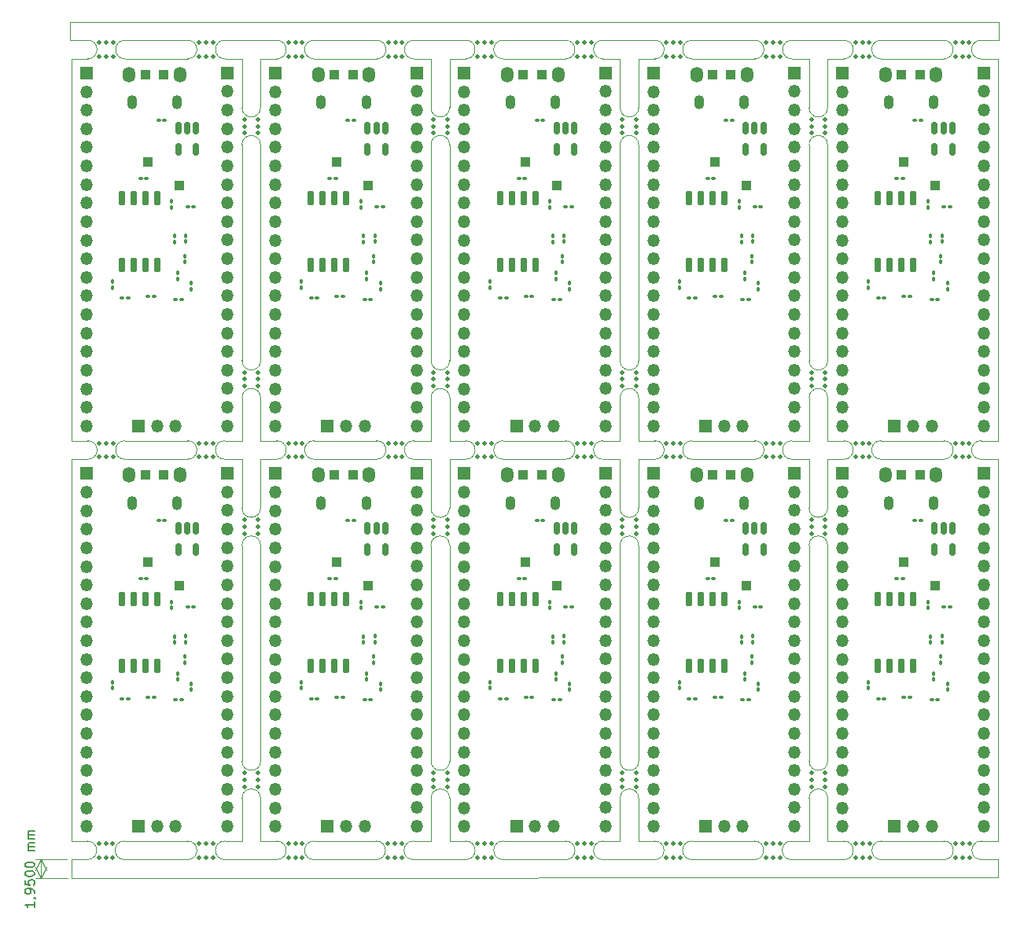
<source format=gbs>
G04 #@! TF.GenerationSoftware,KiCad,Pcbnew,7.0.6*
G04 #@! TF.CreationDate,2023-08-06T12:05:35+07:00*
G04 #@! TF.ProjectId,RP2040-Test-MassProduction,52503230-3430-42d5-9465-73742d4d6173,rev?*
G04 #@! TF.SameCoordinates,Original*
G04 #@! TF.FileFunction,Soldermask,Bot*
G04 #@! TF.FilePolarity,Negative*
%FSLAX46Y46*%
G04 Gerber Fmt 4.6, Leading zero omitted, Abs format (unit mm)*
G04 Created by KiCad (PCBNEW 7.0.6) date 2023-08-06 12:05:35*
%MOMM*%
%LPD*%
G01*
G04 APERTURE LIST*
G04 Aperture macros list*
%AMRoundRect*
0 Rectangle with rounded corners*
0 $1 Rounding radius*
0 $2 $3 $4 $5 $6 $7 $8 $9 X,Y pos of 4 corners*
0 Add a 4 corners polygon primitive as box body*
4,1,4,$2,$3,$4,$5,$6,$7,$8,$9,$2,$3,0*
0 Add four circle primitives for the rounded corners*
1,1,$1+$1,$2,$3*
1,1,$1+$1,$4,$5*
1,1,$1+$1,$6,$7*
1,1,$1+$1,$8,$9*
0 Add four rect primitives between the rounded corners*
20,1,$1+$1,$2,$3,$4,$5,0*
20,1,$1+$1,$4,$5,$6,$7,0*
20,1,$1+$1,$6,$7,$8,$9,0*
20,1,$1+$1,$8,$9,$2,$3,0*%
G04 Aperture macros list end*
%ADD10C,0.500000*%
%ADD11O,1.350000X1.700000*%
%ADD12O,1.100000X1.500000*%
%ADD13R,1.350000X1.350000*%
%ADD14O,1.350000X1.350000*%
%ADD15RoundRect,0.100000X-0.130000X-0.100000X0.130000X-0.100000X0.130000X0.100000X-0.130000X0.100000X0*%
%ADD16RoundRect,0.150000X-0.150000X0.512500X-0.150000X-0.512500X0.150000X-0.512500X0.150000X0.512500X0*%
%ADD17RoundRect,0.100000X0.130000X0.100000X-0.130000X0.100000X-0.130000X-0.100000X0.130000X-0.100000X0*%
%ADD18RoundRect,0.100000X-0.100000X0.130000X-0.100000X-0.130000X0.100000X-0.130000X0.100000X0.130000X0*%
%ADD19R,1.000000X1.000000*%
%ADD20RoundRect,0.150000X-0.150000X0.650000X-0.150000X-0.650000X0.150000X-0.650000X0.150000X0.650000X0*%
%ADD21RoundRect,0.100000X0.100000X-0.130000X0.100000X0.130000X-0.100000X0.130000X-0.100000X-0.130000X0*%
G04 #@! TA.AperFunction,Profile*
%ADD22C,0.100000*%
G04 #@! TD*
%ADD23C,0.150000*%
G04 #@! TA.AperFunction,Profile*
%ADD24C,0.050000*%
G04 #@! TD*
G04 APERTURE END LIST*
D10*
G04 #@! TO.C,mouse-bite-2mm-slot*
X175580000Y-144950000D03*
X175580000Y-146450000D03*
X176330000Y-144950000D03*
X176330000Y-146450000D03*
X177080000Y-144950000D03*
X177080000Y-146450000D03*
G04 #@! TD*
G04 #@! TO.C,mouse-bite-2mm-slot*
X164820000Y-144950000D03*
X164820000Y-146450000D03*
X165570000Y-144950000D03*
X165570000Y-146450000D03*
X166320000Y-144950000D03*
X166320000Y-146450000D03*
G04 #@! TD*
G04 #@! TO.C,mouse-bite-2mm-slot*
X155160000Y-144950000D03*
X155160000Y-146450000D03*
X155910000Y-144950000D03*
X155910000Y-146450000D03*
X156660000Y-144950000D03*
X156660000Y-146450000D03*
G04 #@! TD*
G04 #@! TO.C,mouse-bite-2mm-slot*
X144440000Y-144950000D03*
X144440000Y-146450000D03*
X145190000Y-144950000D03*
X145190000Y-146450000D03*
X145940000Y-144950000D03*
X145940000Y-146450000D03*
G04 #@! TD*
G04 #@! TO.C,mouse-bite-2mm-slot*
X134850000Y-144950000D03*
X134850000Y-146450000D03*
X135600000Y-144950000D03*
X135600000Y-146450000D03*
X136350000Y-144950000D03*
X136350000Y-146450000D03*
G04 #@! TD*
G04 #@! TO.C,mouse-bite-2mm-slot*
X124100000Y-144950000D03*
X124100000Y-146450000D03*
X124850000Y-144950000D03*
X124850000Y-146450000D03*
X125600000Y-144950000D03*
X125600000Y-146450000D03*
G04 #@! TD*
G04 #@! TO.C,mouse-bite-2mm-slot*
X114450000Y-144950000D03*
X114450000Y-146450000D03*
X115200000Y-144950000D03*
X115200000Y-146450000D03*
X115950000Y-144950000D03*
X115950000Y-146450000D03*
G04 #@! TD*
G04 #@! TO.C,mouse-bite-2mm-slot*
X103750000Y-144950000D03*
X103750000Y-146450000D03*
X104500000Y-144950000D03*
X104500000Y-146450000D03*
X105250000Y-144950000D03*
X105250000Y-146450000D03*
G04 #@! TD*
G04 #@! TO.C,mouse-bite-2mm-slot*
X94150000Y-144950000D03*
X94150000Y-146450000D03*
X94900000Y-144950000D03*
X94900000Y-146450000D03*
X95650000Y-144950000D03*
X95650000Y-146450000D03*
G04 #@! TD*
G04 #@! TO.C,mouse-bite-2mm-slot*
X83350000Y-144950000D03*
X83350000Y-146450000D03*
X84100000Y-144950000D03*
X84100000Y-146450000D03*
X84850000Y-144950000D03*
X84850000Y-146450000D03*
G04 #@! TD*
D11*
G04 #@! TO.C,J21*
X92090488Y-105286279D03*
D12*
X91780488Y-108286279D03*
X86940488Y-108286279D03*
D11*
X86630488Y-105286279D03*
G04 #@! TD*
D13*
G04 #@! TO.C,J39*
X178590488Y-105106279D03*
D14*
X178590488Y-107106279D03*
X178590488Y-109106279D03*
X178590488Y-111106279D03*
X178590488Y-113106279D03*
X178590488Y-115106279D03*
X178590488Y-117106279D03*
X178590488Y-119106279D03*
X178590488Y-121106279D03*
X178590488Y-123106279D03*
X178590488Y-125106279D03*
X178590488Y-127106279D03*
X178590488Y-129106279D03*
X178590488Y-131106279D03*
X178590488Y-133106279D03*
X178590488Y-135106279D03*
X178590488Y-137106279D03*
X178590488Y-139106279D03*
X178590488Y-141106279D03*
X178590488Y-143106279D03*
G04 #@! TD*
D10*
G04 #@! TO.C,mouse-bite-2mm-slot20*
X94150000Y-101830000D03*
X94150000Y-103330000D03*
X94900000Y-101830000D03*
X94900000Y-103330000D03*
X95650000Y-101830000D03*
X95650000Y-103330000D03*
G04 #@! TD*
G04 #@! TO.C,mouse-bite-2mm-slot4*
X114500000Y-58700000D03*
X114500000Y-60200000D03*
X115250000Y-58700000D03*
X115250000Y-60200000D03*
X116000000Y-58700000D03*
X116000000Y-60200000D03*
G04 #@! TD*
D13*
G04 #@! TO.C,J31*
X137890488Y-105106279D03*
D14*
X137890488Y-107106279D03*
X137890488Y-109106279D03*
X137890488Y-111106279D03*
X137890488Y-113106279D03*
X137890488Y-115106279D03*
X137890488Y-117106279D03*
X137890488Y-119106279D03*
X137890488Y-121106279D03*
X137890488Y-123106279D03*
X137890488Y-125106279D03*
X137890488Y-127106279D03*
X137890488Y-129106279D03*
X137890488Y-131106279D03*
X137890488Y-133106279D03*
X137890488Y-135106279D03*
X137890488Y-137106279D03*
X137890488Y-139106279D03*
X137890488Y-141106279D03*
X137890488Y-143106279D03*
G04 #@! TD*
D10*
G04 #@! TO.C,mouse-bite-2mm-slot3*
X103750000Y-58700000D03*
X103750000Y-60200000D03*
X104500000Y-58700000D03*
X104500000Y-60200000D03*
X105250000Y-58700000D03*
X105250000Y-60200000D03*
G04 #@! TD*
G04 #@! TO.C,mouse-bite-2mm-slot6*
X119350000Y-68460000D03*
X120850000Y-68460000D03*
X119350000Y-67710000D03*
X120850000Y-67710000D03*
X119350000Y-66960000D03*
X120850000Y-66960000D03*
G04 #@! TD*
D11*
G04 #@! TO.C,J37*
X173490488Y-105286279D03*
D12*
X173180488Y-108286279D03*
X168340488Y-108286279D03*
D11*
X168030488Y-105286279D03*
G04 #@! TD*
G04 #@! TO.C,J1*
X92090488Y-62156279D03*
D12*
X91780488Y-65156279D03*
X86940488Y-65156279D03*
D11*
X86630488Y-62156279D03*
G04 #@! TD*
D10*
G04 #@! TO.C,mouse-bite-2mm-slot23*
X103750000Y-101830000D03*
X103750000Y-103330000D03*
X104500000Y-101830000D03*
X104500000Y-103330000D03*
X105250000Y-101830000D03*
X105250000Y-103330000D03*
G04 #@! TD*
D11*
G04 #@! TO.C,J33*
X153140488Y-105286279D03*
D12*
X152830488Y-108286279D03*
X147990488Y-108286279D03*
D11*
X147680488Y-105286279D03*
G04 #@! TD*
D13*
G04 #@! TO.C,J18*
X163399888Y-61991879D03*
D14*
X163399888Y-63991879D03*
X163399888Y-65991879D03*
X163399888Y-67991879D03*
X163399888Y-69991879D03*
X163399888Y-71991879D03*
X163399888Y-73991879D03*
X163399888Y-75991879D03*
X163399888Y-77991879D03*
X163399888Y-79991879D03*
X163399888Y-81991879D03*
X163399888Y-83991879D03*
X163399888Y-85991879D03*
X163399888Y-87991879D03*
X163399888Y-89991879D03*
X163399888Y-91991879D03*
X163399888Y-93991879D03*
X163399888Y-95991879D03*
X163399888Y-97991879D03*
X163399888Y-99991879D03*
G04 #@! TD*
D13*
G04 #@! TO.C,J40*
X169000488Y-143101279D03*
D14*
X171000488Y-143101279D03*
X173000488Y-143101279D03*
G04 #@! TD*
D13*
G04 #@! TO.C,J14*
X143049888Y-61991879D03*
D14*
X143049888Y-63991879D03*
X143049888Y-65991879D03*
X143049888Y-67991879D03*
X143049888Y-69991879D03*
X143049888Y-71991879D03*
X143049888Y-73991879D03*
X143049888Y-75991879D03*
X143049888Y-77991879D03*
X143049888Y-79991879D03*
X143049888Y-81991879D03*
X143049888Y-83991879D03*
X143049888Y-85991879D03*
X143049888Y-87991879D03*
X143049888Y-89991879D03*
X143049888Y-91991879D03*
X143049888Y-93991879D03*
X143049888Y-95991879D03*
X143049888Y-97991879D03*
X143049888Y-99991879D03*
G04 #@! TD*
D11*
G04 #@! TO.C,J9*
X132790488Y-62156279D03*
D12*
X132480488Y-65156279D03*
X127640488Y-65156279D03*
D11*
X127330488Y-62156279D03*
G04 #@! TD*
D13*
G04 #@! TO.C,J12*
X128300488Y-99971279D03*
D14*
X130300488Y-99971279D03*
X132300488Y-99971279D03*
G04 #@! TD*
D13*
G04 #@! TO.C,J26*
X102349888Y-105121879D03*
D14*
X102349888Y-107121879D03*
X102349888Y-109121879D03*
X102349888Y-111121879D03*
X102349888Y-113121879D03*
X102349888Y-115121879D03*
X102349888Y-117121879D03*
X102349888Y-119121879D03*
X102349888Y-121121879D03*
X102349888Y-123121879D03*
X102349888Y-125121879D03*
X102349888Y-127121879D03*
X102349888Y-129121879D03*
X102349888Y-131121879D03*
X102349888Y-133121879D03*
X102349888Y-135121879D03*
X102349888Y-137121879D03*
X102349888Y-139121879D03*
X102349888Y-141121879D03*
X102349888Y-143121879D03*
G04 #@! TD*
D10*
G04 #@! TO.C,mouse-bite-2mm-slot2*
X99000000Y-68460000D03*
X100500000Y-68460000D03*
X99000000Y-67710000D03*
X100500000Y-67710000D03*
X99000000Y-66960000D03*
X100500000Y-66960000D03*
G04 #@! TD*
D13*
G04 #@! TO.C,J30*
X122699888Y-105121879D03*
D14*
X122699888Y-107121879D03*
X122699888Y-109121879D03*
X122699888Y-111121879D03*
X122699888Y-113121879D03*
X122699888Y-115121879D03*
X122699888Y-117121879D03*
X122699888Y-119121879D03*
X122699888Y-121121879D03*
X122699888Y-123121879D03*
X122699888Y-125121879D03*
X122699888Y-127121879D03*
X122699888Y-129121879D03*
X122699888Y-131121879D03*
X122699888Y-133121879D03*
X122699888Y-135121879D03*
X122699888Y-137121879D03*
X122699888Y-139121879D03*
X122699888Y-141121879D03*
X122699888Y-143121879D03*
G04 #@! TD*
D10*
G04 #@! TO.C,mouse-bite-2mm-slot24*
X114500000Y-101830000D03*
X114500000Y-103330000D03*
X115250000Y-101830000D03*
X115250000Y-103330000D03*
X116000000Y-101830000D03*
X116000000Y-103330000D03*
G04 #@! TD*
G04 #@! TO.C,mouse-bite-2mm-slot35*
X164800000Y-101830000D03*
X164800000Y-103330000D03*
X165550000Y-101830000D03*
X165550000Y-103330000D03*
X166300000Y-101830000D03*
X166300000Y-103330000D03*
G04 #@! TD*
G04 #@! TO.C,mouse-bite-2mm-slot36*
X175550000Y-101830000D03*
X175550000Y-103330000D03*
X176300000Y-101830000D03*
X176300000Y-103330000D03*
X177050000Y-101830000D03*
X177050000Y-103330000D03*
G04 #@! TD*
G04 #@! TO.C,mouse-bite-2mm-slot15*
X164800000Y-58700000D03*
X164800000Y-60200000D03*
X165550000Y-58700000D03*
X165550000Y-60200000D03*
X166300000Y-58700000D03*
X166300000Y-60200000D03*
G04 #@! TD*
D13*
G04 #@! TO.C,J6*
X102349888Y-61991879D03*
D14*
X102349888Y-63991879D03*
X102349888Y-65991879D03*
X102349888Y-67991879D03*
X102349888Y-69991879D03*
X102349888Y-71991879D03*
X102349888Y-73991879D03*
X102349888Y-75991879D03*
X102349888Y-77991879D03*
X102349888Y-79991879D03*
X102349888Y-81991879D03*
X102349888Y-83991879D03*
X102349888Y-85991879D03*
X102349888Y-87991879D03*
X102349888Y-89991879D03*
X102349888Y-91991879D03*
X102349888Y-93991879D03*
X102349888Y-95991879D03*
X102349888Y-97991879D03*
X102349888Y-99991879D03*
G04 #@! TD*
D13*
G04 #@! TO.C,J2*
X81999888Y-61991879D03*
D14*
X81999888Y-63991879D03*
X81999888Y-65991879D03*
X81999888Y-67991879D03*
X81999888Y-69991879D03*
X81999888Y-71991879D03*
X81999888Y-73991879D03*
X81999888Y-75991879D03*
X81999888Y-77991879D03*
X81999888Y-79991879D03*
X81999888Y-81991879D03*
X81999888Y-83991879D03*
X81999888Y-85991879D03*
X81999888Y-87991879D03*
X81999888Y-89991879D03*
X81999888Y-91991879D03*
X81999888Y-93991879D03*
X81999888Y-95991879D03*
X81999888Y-97991879D03*
X81999888Y-99991879D03*
G04 #@! TD*
D10*
G04 #@! TO.C,mouse-bite-2mm-slot13*
X160060000Y-95710000D03*
X161560000Y-95710000D03*
X160060000Y-94960000D03*
X161560000Y-94960000D03*
X160060000Y-94210000D03*
X161560000Y-94210000D03*
G04 #@! TD*
G04 #@! TO.C,mouse-bite-2mm-slot1*
X99010000Y-95710000D03*
X100510000Y-95710000D03*
X99010000Y-94960000D03*
X100510000Y-94960000D03*
X99010000Y-94210000D03*
X100510000Y-94210000D03*
G04 #@! TD*
G04 #@! TO.C,mouse-bite-2mm-slot30*
X139700000Y-111590000D03*
X141200000Y-111590000D03*
X139700000Y-110840000D03*
X141200000Y-110840000D03*
X139700000Y-110090000D03*
X141200000Y-110090000D03*
G04 #@! TD*
D13*
G04 #@! TO.C,J23*
X97190488Y-105106279D03*
D14*
X97190488Y-107106279D03*
X97190488Y-109106279D03*
X97190488Y-111106279D03*
X97190488Y-113106279D03*
X97190488Y-115106279D03*
X97190488Y-117106279D03*
X97190488Y-119106279D03*
X97190488Y-121106279D03*
X97190488Y-123106279D03*
X97190488Y-125106279D03*
X97190488Y-127106279D03*
X97190488Y-129106279D03*
X97190488Y-131106279D03*
X97190488Y-133106279D03*
X97190488Y-135106279D03*
X97190488Y-137106279D03*
X97190488Y-139106279D03*
X97190488Y-141106279D03*
X97190488Y-143106279D03*
G04 #@! TD*
D13*
G04 #@! TO.C,J24*
X87600488Y-143101279D03*
D14*
X89600488Y-143101279D03*
X91600488Y-143101279D03*
G04 #@! TD*
D13*
G04 #@! TO.C,J15*
X158240488Y-61976279D03*
D14*
X158240488Y-63976279D03*
X158240488Y-65976279D03*
X158240488Y-67976279D03*
X158240488Y-69976279D03*
X158240488Y-71976279D03*
X158240488Y-73976279D03*
X158240488Y-75976279D03*
X158240488Y-77976279D03*
X158240488Y-79976279D03*
X158240488Y-81976279D03*
X158240488Y-83976279D03*
X158240488Y-85976279D03*
X158240488Y-87976279D03*
X158240488Y-89976279D03*
X158240488Y-91976279D03*
X158240488Y-93976279D03*
X158240488Y-95976279D03*
X158240488Y-97976279D03*
X158240488Y-99976279D03*
G04 #@! TD*
D11*
G04 #@! TO.C,J29*
X132790488Y-105286279D03*
D12*
X132480488Y-108286279D03*
X127640488Y-108286279D03*
D11*
X127330488Y-105286279D03*
G04 #@! TD*
D13*
G04 #@! TO.C,J22*
X81999888Y-105121879D03*
D14*
X81999888Y-107121879D03*
X81999888Y-109121879D03*
X81999888Y-111121879D03*
X81999888Y-113121879D03*
X81999888Y-115121879D03*
X81999888Y-117121879D03*
X81999888Y-119121879D03*
X81999888Y-121121879D03*
X81999888Y-123121879D03*
X81999888Y-125121879D03*
X81999888Y-127121879D03*
X81999888Y-129121879D03*
X81999888Y-131121879D03*
X81999888Y-133121879D03*
X81999888Y-135121879D03*
X81999888Y-137121879D03*
X81999888Y-139121879D03*
X81999888Y-141121879D03*
X81999888Y-143121879D03*
G04 #@! TD*
D13*
G04 #@! TO.C,J3*
X97190488Y-61976279D03*
D14*
X97190488Y-63976279D03*
X97190488Y-65976279D03*
X97190488Y-67976279D03*
X97190488Y-69976279D03*
X97190488Y-71976279D03*
X97190488Y-73976279D03*
X97190488Y-75976279D03*
X97190488Y-77976279D03*
X97190488Y-79976279D03*
X97190488Y-81976279D03*
X97190488Y-83976279D03*
X97190488Y-85976279D03*
X97190488Y-87976279D03*
X97190488Y-89976279D03*
X97190488Y-91976279D03*
X97190488Y-93976279D03*
X97190488Y-95976279D03*
X97190488Y-97976279D03*
X97190488Y-99976279D03*
G04 #@! TD*
D10*
G04 #@! TO.C,mouse-bite-2mm-slot7*
X124100000Y-58700000D03*
X124100000Y-60200000D03*
X124850000Y-58700000D03*
X124850000Y-60200000D03*
X125600000Y-58700000D03*
X125600000Y-60200000D03*
G04 #@! TD*
D11*
G04 #@! TO.C,J17*
X173490488Y-62156279D03*
D12*
X173180488Y-65156279D03*
X168340488Y-65156279D03*
D11*
X168030488Y-62156279D03*
G04 #@! TD*
D13*
G04 #@! TO.C,J10*
X122699888Y-61991879D03*
D14*
X122699888Y-63991879D03*
X122699888Y-65991879D03*
X122699888Y-67991879D03*
X122699888Y-69991879D03*
X122699888Y-71991879D03*
X122699888Y-73991879D03*
X122699888Y-75991879D03*
X122699888Y-77991879D03*
X122699888Y-79991879D03*
X122699888Y-81991879D03*
X122699888Y-83991879D03*
X122699888Y-85991879D03*
X122699888Y-87991879D03*
X122699888Y-89991879D03*
X122699888Y-91991879D03*
X122699888Y-93991879D03*
X122699888Y-95991879D03*
X122699888Y-97991879D03*
X122699888Y-99991879D03*
G04 #@! TD*
D10*
G04 #@! TO.C,mouse-bite-2mm-slot14*
X160050000Y-68460000D03*
X161550000Y-68460000D03*
X160050000Y-67710000D03*
X161550000Y-67710000D03*
X160050000Y-66960000D03*
X161550000Y-66960000D03*
G04 #@! TD*
D11*
G04 #@! TO.C,J13*
X153140488Y-62156279D03*
D12*
X152830488Y-65156279D03*
X147990488Y-65156279D03*
D11*
X147680488Y-62156279D03*
G04 #@! TD*
D10*
G04 #@! TO.C,mouse-bite-2mm-slot*
X83400000Y-58700000D03*
X83400000Y-60200000D03*
X84150000Y-58700000D03*
X84150000Y-60200000D03*
X84900000Y-58700000D03*
X84900000Y-60200000D03*
G04 #@! TD*
D13*
G04 #@! TO.C,J8*
X107950488Y-99971279D03*
D14*
X109950488Y-99971279D03*
X111950488Y-99971279D03*
G04 #@! TD*
D10*
G04 #@! TO.C,mouse-bite-2mm-slot16*
X175550000Y-58700000D03*
X175550000Y-60200000D03*
X176300000Y-58700000D03*
X176300000Y-60200000D03*
X177050000Y-58700000D03*
X177050000Y-60200000D03*
G04 #@! TD*
D13*
G04 #@! TO.C,J28*
X107950488Y-143101279D03*
D14*
X109950488Y-143101279D03*
X111950488Y-143101279D03*
G04 #@! TD*
D11*
G04 #@! TO.C,J25*
X112440488Y-105286279D03*
D12*
X112130488Y-108286279D03*
X107290488Y-108286279D03*
D11*
X106980488Y-105286279D03*
G04 #@! TD*
G04 #@! TO.C,J5*
X112440488Y-62156279D03*
D12*
X112130488Y-65156279D03*
X107290488Y-65156279D03*
D11*
X106980488Y-62156279D03*
G04 #@! TD*
D13*
G04 #@! TO.C,J19*
X178590488Y-61976279D03*
D14*
X178590488Y-63976279D03*
X178590488Y-65976279D03*
X178590488Y-67976279D03*
X178590488Y-69976279D03*
X178590488Y-71976279D03*
X178590488Y-73976279D03*
X178590488Y-75976279D03*
X178590488Y-77976279D03*
X178590488Y-79976279D03*
X178590488Y-81976279D03*
X178590488Y-83976279D03*
X178590488Y-85976279D03*
X178590488Y-87976279D03*
X178590488Y-89976279D03*
X178590488Y-91976279D03*
X178590488Y-93976279D03*
X178590488Y-95976279D03*
X178590488Y-97976279D03*
X178590488Y-99976279D03*
G04 #@! TD*
D10*
G04 #@! TO.C,mouse-bite-2mm-slot9*
X139710000Y-95710000D03*
X141210000Y-95710000D03*
X139710000Y-94960000D03*
X141210000Y-94960000D03*
X139710000Y-94210000D03*
X141210000Y-94210000D03*
G04 #@! TD*
D13*
G04 #@! TO.C,J16*
X148650488Y-99971279D03*
D14*
X150650488Y-99971279D03*
X152650488Y-99971279D03*
G04 #@! TD*
D10*
G04 #@! TO.C,mouse-bite-2mm-slot12*
X155200000Y-58700000D03*
X155200000Y-60200000D03*
X155950000Y-58700000D03*
X155950000Y-60200000D03*
X156700000Y-58700000D03*
X156700000Y-60200000D03*
G04 #@! TD*
G04 #@! TO.C,mouse-bite-2mm-slot5*
X119360000Y-95710000D03*
X120860000Y-95710000D03*
X119360000Y-94960000D03*
X120860000Y-94960000D03*
X119360000Y-94210000D03*
X120860000Y-94210000D03*
G04 #@! TD*
G04 #@! TO.C,mouse-bite-2mm-slot28*
X134850000Y-101830000D03*
X134850000Y-103330000D03*
X135600000Y-101830000D03*
X135600000Y-103330000D03*
X136350000Y-101830000D03*
X136350000Y-103330000D03*
G04 #@! TD*
G04 #@! TO.C,mouse-bite-2mm-slot8*
X134850000Y-58700000D03*
X134850000Y-60200000D03*
X135600000Y-58700000D03*
X135600000Y-60200000D03*
X136350000Y-58700000D03*
X136350000Y-60200000D03*
G04 #@! TD*
D13*
G04 #@! TO.C,J34*
X143049888Y-105121879D03*
D14*
X143049888Y-107121879D03*
X143049888Y-109121879D03*
X143049888Y-111121879D03*
X143049888Y-113121879D03*
X143049888Y-115121879D03*
X143049888Y-117121879D03*
X143049888Y-119121879D03*
X143049888Y-121121879D03*
X143049888Y-123121879D03*
X143049888Y-125121879D03*
X143049888Y-127121879D03*
X143049888Y-129121879D03*
X143049888Y-131121879D03*
X143049888Y-133121879D03*
X143049888Y-135121879D03*
X143049888Y-137121879D03*
X143049888Y-139121879D03*
X143049888Y-141121879D03*
X143049888Y-143121879D03*
G04 #@! TD*
D10*
G04 #@! TO.C,mouse-bite-2mm-slot26*
X119350000Y-111590000D03*
X120850000Y-111590000D03*
X119350000Y-110840000D03*
X120850000Y-110840000D03*
X119350000Y-110090000D03*
X120850000Y-110090000D03*
G04 #@! TD*
D13*
G04 #@! TO.C,J11*
X137890488Y-61976279D03*
D14*
X137890488Y-63976279D03*
X137890488Y-65976279D03*
X137890488Y-67976279D03*
X137890488Y-69976279D03*
X137890488Y-71976279D03*
X137890488Y-73976279D03*
X137890488Y-75976279D03*
X137890488Y-77976279D03*
X137890488Y-79976279D03*
X137890488Y-81976279D03*
X137890488Y-83976279D03*
X137890488Y-85976279D03*
X137890488Y-87976279D03*
X137890488Y-89976279D03*
X137890488Y-91976279D03*
X137890488Y-93976279D03*
X137890488Y-95976279D03*
X137890488Y-97976279D03*
X137890488Y-99976279D03*
G04 #@! TD*
D13*
G04 #@! TO.C,J32*
X128300488Y-143101279D03*
D14*
X130300488Y-143101279D03*
X132300488Y-143101279D03*
G04 #@! TD*
D13*
G04 #@! TO.C,J27*
X117540488Y-105106279D03*
D14*
X117540488Y-107106279D03*
X117540488Y-109106279D03*
X117540488Y-111106279D03*
X117540488Y-113106279D03*
X117540488Y-115106279D03*
X117540488Y-117106279D03*
X117540488Y-119106279D03*
X117540488Y-121106279D03*
X117540488Y-123106279D03*
X117540488Y-125106279D03*
X117540488Y-127106279D03*
X117540488Y-129106279D03*
X117540488Y-131106279D03*
X117540488Y-133106279D03*
X117540488Y-135106279D03*
X117540488Y-137106279D03*
X117540488Y-139106279D03*
X117540488Y-141106279D03*
X117540488Y-143106279D03*
G04 #@! TD*
D10*
G04 #@! TO.C,mouse-bite-2mm-slot*
X94150000Y-58700000D03*
X94150000Y-60200000D03*
X94900000Y-58700000D03*
X94900000Y-60200000D03*
X95650000Y-58700000D03*
X95650000Y-60200000D03*
G04 #@! TD*
G04 #@! TO.C,mouse-bite-2mm-slot19*
X83400000Y-101830000D03*
X83400000Y-103330000D03*
X84150000Y-101830000D03*
X84150000Y-103330000D03*
X84900000Y-101830000D03*
X84900000Y-103330000D03*
G04 #@! TD*
D13*
G04 #@! TO.C,J38*
X163399888Y-105121879D03*
D14*
X163399888Y-107121879D03*
X163399888Y-109121879D03*
X163399888Y-111121879D03*
X163399888Y-113121879D03*
X163399888Y-115121879D03*
X163399888Y-117121879D03*
X163399888Y-119121879D03*
X163399888Y-121121879D03*
X163399888Y-123121879D03*
X163399888Y-125121879D03*
X163399888Y-127121879D03*
X163399888Y-129121879D03*
X163399888Y-131121879D03*
X163399888Y-133121879D03*
X163399888Y-135121879D03*
X163399888Y-137121879D03*
X163399888Y-139121879D03*
X163399888Y-141121879D03*
X163399888Y-143121879D03*
G04 #@! TD*
D10*
G04 #@! TO.C,mouse-bite-2mm-slot32*
X155200000Y-101830000D03*
X155200000Y-103330000D03*
X155950000Y-101830000D03*
X155950000Y-103330000D03*
X156700000Y-101830000D03*
X156700000Y-103330000D03*
G04 #@! TD*
D13*
G04 #@! TO.C,J35*
X158240488Y-105106279D03*
D14*
X158240488Y-107106279D03*
X158240488Y-109106279D03*
X158240488Y-111106279D03*
X158240488Y-113106279D03*
X158240488Y-115106279D03*
X158240488Y-117106279D03*
X158240488Y-119106279D03*
X158240488Y-121106279D03*
X158240488Y-123106279D03*
X158240488Y-125106279D03*
X158240488Y-127106279D03*
X158240488Y-129106279D03*
X158240488Y-131106279D03*
X158240488Y-133106279D03*
X158240488Y-135106279D03*
X158240488Y-137106279D03*
X158240488Y-139106279D03*
X158240488Y-141106279D03*
X158240488Y-143106279D03*
G04 #@! TD*
D10*
G04 #@! TO.C,mouse-bite-2mm-slot34*
X160050000Y-111590000D03*
X161550000Y-111590000D03*
X160050000Y-110840000D03*
X161550000Y-110840000D03*
X160050000Y-110090000D03*
X161550000Y-110090000D03*
G04 #@! TD*
D13*
G04 #@! TO.C,J20*
X169000488Y-99971279D03*
D14*
X171000488Y-99971279D03*
X173000488Y-99971279D03*
G04 #@! TD*
D10*
G04 #@! TO.C,mouse-bite-2mm-slot25*
X119360000Y-138840000D03*
X120860000Y-138840000D03*
X119360000Y-138090000D03*
X120860000Y-138090000D03*
X119360000Y-137340000D03*
X120860000Y-137340000D03*
G04 #@! TD*
G04 #@! TO.C,mouse-bite-2mm-slot10*
X139700000Y-68460000D03*
X141200000Y-68460000D03*
X139700000Y-67710000D03*
X141200000Y-67710000D03*
X139700000Y-66960000D03*
X141200000Y-66960000D03*
G04 #@! TD*
G04 #@! TO.C,mouse-bite-2mm-slot21*
X99010000Y-138840000D03*
X100510000Y-138840000D03*
X99010000Y-138090000D03*
X100510000Y-138090000D03*
X99010000Y-137340000D03*
X100510000Y-137340000D03*
G04 #@! TD*
D13*
G04 #@! TO.C,J36*
X148650488Y-143101279D03*
D14*
X150650488Y-143101279D03*
X152650488Y-143101279D03*
G04 #@! TD*
D10*
G04 #@! TO.C,mouse-bite-2mm-slot27*
X124100000Y-101830000D03*
X124100000Y-103330000D03*
X124850000Y-101830000D03*
X124850000Y-103330000D03*
X125600000Y-101830000D03*
X125600000Y-103330000D03*
G04 #@! TD*
G04 #@! TO.C,mouse-bite-2mm-slot11*
X144450000Y-58700000D03*
X144450000Y-60200000D03*
X145200000Y-58700000D03*
X145200000Y-60200000D03*
X145950000Y-58700000D03*
X145950000Y-60200000D03*
G04 #@! TD*
G04 #@! TO.C,mouse-bite-2mm-slot31*
X144450000Y-101830000D03*
X144450000Y-103330000D03*
X145200000Y-101830000D03*
X145200000Y-103330000D03*
X145950000Y-101830000D03*
X145950000Y-103330000D03*
G04 #@! TD*
G04 #@! TO.C,mouse-bite-2mm-slot22*
X99000000Y-111590000D03*
X100500000Y-111590000D03*
X99000000Y-110840000D03*
X100500000Y-110840000D03*
X99000000Y-110090000D03*
X100500000Y-110090000D03*
G04 #@! TD*
D13*
G04 #@! TO.C,J7*
X117540488Y-61976279D03*
D14*
X117540488Y-63976279D03*
X117540488Y-65976279D03*
X117540488Y-67976279D03*
X117540488Y-69976279D03*
X117540488Y-71976279D03*
X117540488Y-73976279D03*
X117540488Y-75976279D03*
X117540488Y-77976279D03*
X117540488Y-79976279D03*
X117540488Y-81976279D03*
X117540488Y-83976279D03*
X117540488Y-85976279D03*
X117540488Y-87976279D03*
X117540488Y-89976279D03*
X117540488Y-91976279D03*
X117540488Y-93976279D03*
X117540488Y-95976279D03*
X117540488Y-97976279D03*
X117540488Y-99976279D03*
G04 #@! TD*
D10*
G04 #@! TO.C,mouse-bite-2mm-slot33*
X160060000Y-138840000D03*
X161560000Y-138840000D03*
X160060000Y-138090000D03*
X161560000Y-138090000D03*
X160060000Y-137340000D03*
X161560000Y-137340000D03*
G04 #@! TD*
D13*
G04 #@! TO.C,J4*
X87600488Y-99971279D03*
D14*
X89600488Y-99971279D03*
X91600488Y-99971279D03*
G04 #@! TD*
D10*
G04 #@! TO.C,mouse-bite-2mm-slot29*
X139710000Y-138840000D03*
X141210000Y-138840000D03*
X139710000Y-138090000D03*
X141210000Y-138090000D03*
X139710000Y-137340000D03*
X141210000Y-137340000D03*
G04 #@! TD*
D15*
G04 #@! TO.C,C105*
X133612988Y-119476279D03*
X134252988Y-119476279D03*
G04 #@! TD*
G04 #@! TO.C,C87*
X111962988Y-129476279D03*
X112602988Y-129476279D03*
G04 #@! TD*
D16*
G04 #@! TO.C,U10*
X152975488Y-67896279D03*
X153925488Y-67896279D03*
X154875488Y-67896279D03*
X154875488Y-70171279D03*
X152975488Y-70171279D03*
G04 #@! TD*
D17*
G04 #@! TO.C,C43*
X151487988Y-67071279D03*
X150847988Y-67071279D03*
G04 #@! TD*
D18*
G04 #@! TO.C,C39*
X133275488Y-81683779D03*
X133275488Y-82323779D03*
G04 #@! TD*
G04 #@! TO.C,C123*
X153625488Y-124813779D03*
X153625488Y-125453779D03*
G04 #@! TD*
D19*
G04 #@! TO.C,TP7*
X110700488Y-62146279D03*
G04 #@! TD*
D18*
G04 #@! TO.C,C130*
X173225488Y-126638779D03*
X173225488Y-127278779D03*
G04 #@! TD*
D19*
G04 #@! TO.C,TP5*
X112325488Y-74071279D03*
G04 #@! TD*
D17*
G04 #@! TO.C,C113*
X151487988Y-110201279D03*
X150847988Y-110201279D03*
G04 #@! TD*
D15*
G04 #@! TO.C,C31*
X132312988Y-86346279D03*
X132952988Y-86346279D03*
G04 #@! TD*
D19*
G04 #@! TO.C,TP37*
X173375488Y-117201279D03*
G04 #@! TD*
G04 #@! TO.C,TP1*
X91975488Y-74071279D03*
G04 #@! TD*
D18*
G04 #@! TO.C,C68*
X174700488Y-84608779D03*
X174700488Y-85248779D03*
G04 #@! TD*
G04 #@! TO.C,C16*
X105125488Y-84458779D03*
X105125488Y-85098779D03*
G04 #@! TD*
D19*
G04 #@! TO.C,TP26*
X108700488Y-105276279D03*
G04 #@! TD*
D17*
G04 #@! TO.C,C120*
X150312988Y-129176279D03*
X149672988Y-129176279D03*
G04 #@! TD*
G04 #@! TO.C,C36*
X129962988Y-86046279D03*
X129322988Y-86046279D03*
G04 #@! TD*
D15*
G04 #@! TO.C,C101*
X132312988Y-129476279D03*
X132952988Y-129476279D03*
G04 #@! TD*
D19*
G04 #@! TO.C,TP34*
X149400488Y-105276279D03*
G04 #@! TD*
G04 #@! TO.C,TP18*
X169750488Y-62146279D03*
G04 #@! TD*
D17*
G04 #@! TO.C,C52*
X147537988Y-86246279D03*
X146897988Y-86246279D03*
G04 #@! TD*
D18*
G04 #@! TO.C,C95*
X112925488Y-124813779D03*
X112925488Y-125453779D03*
G04 #@! TD*
D15*
G04 #@! TO.C,C129*
X173012988Y-129476279D03*
X173652988Y-129476279D03*
G04 #@! TD*
D18*
G04 #@! TO.C,C124*
X154350488Y-127738779D03*
X154350488Y-128378779D03*
G04 #@! TD*
D19*
G04 #@! TO.C,TP12*
X129300488Y-71546279D03*
G04 #@! TD*
G04 #@! TO.C,TP30*
X129050488Y-105276279D03*
G04 #@! TD*
D15*
G04 #@! TO.C,C3*
X91612988Y-86346279D03*
X92252988Y-86346279D03*
G04 #@! TD*
G04 #@! TO.C,C35*
X133612988Y-76346279D03*
X134252988Y-76346279D03*
G04 #@! TD*
G04 #@! TO.C,C77*
X92912988Y-119476279D03*
X93552988Y-119476279D03*
G04 #@! TD*
D19*
G04 #@! TO.C,TP20*
X170000488Y-71546279D03*
G04 #@! TD*
G04 #@! TO.C,TP35*
X151400488Y-105276279D03*
G04 #@! TD*
D17*
G04 #@! TO.C,C80*
X86487988Y-129376279D03*
X85847988Y-129376279D03*
G04 #@! TD*
D20*
G04 #@! TO.C,U24*
X126525488Y-118601279D03*
X127795488Y-118601279D03*
X129065488Y-118601279D03*
X130335488Y-118601279D03*
X130335488Y-125801279D03*
X129065488Y-125801279D03*
X127795488Y-125801279D03*
X126525488Y-125801279D03*
G04 #@! TD*
D17*
G04 #@! TO.C,C8*
X89262988Y-86046279D03*
X88622988Y-86046279D03*
G04 #@! TD*
D21*
G04 #@! TO.C,C65*
X172600488Y-76473779D03*
X172600488Y-75833779D03*
G04 #@! TD*
D18*
G04 #@! TO.C,C74*
X91825488Y-126638779D03*
X91825488Y-127278779D03*
G04 #@! TD*
D16*
G04 #@! TO.C,U25*
X152975488Y-111026279D03*
X153925488Y-111026279D03*
X154875488Y-111026279D03*
X154875488Y-113301279D03*
X152975488Y-113301279D03*
G04 #@! TD*
D18*
G04 #@! TO.C,C60*
X173225488Y-83508779D03*
X173225488Y-84148779D03*
G04 #@! TD*
D19*
G04 #@! TO.C,TP38*
X169750488Y-105276279D03*
G04 #@! TD*
G04 #@! TO.C,TP10*
X129050488Y-62146279D03*
G04 #@! TD*
D17*
G04 #@! TO.C,C134*
X170662988Y-129176279D03*
X170022988Y-129176279D03*
G04 #@! TD*
D16*
G04 #@! TO.C,U7*
X132625488Y-67896279D03*
X133575488Y-67896279D03*
X134525488Y-67896279D03*
X134525488Y-70171279D03*
X132625488Y-70171279D03*
G04 #@! TD*
D20*
G04 #@! TO.C,U15*
X167225488Y-75471279D03*
X168495488Y-75471279D03*
X169765488Y-75471279D03*
X171035488Y-75471279D03*
X171035488Y-82671279D03*
X169765488Y-82671279D03*
X168495488Y-82671279D03*
X167225488Y-82671279D03*
G04 #@! TD*
D18*
G04 #@! TO.C,C11*
X92575488Y-81683779D03*
X92575488Y-82323779D03*
G04 #@! TD*
D17*
G04 #@! TO.C,R27*
X149537988Y-116451279D03*
X148897988Y-116451279D03*
G04 #@! TD*
D21*
G04 #@! TO.C,C23*
X111550488Y-76473779D03*
X111550488Y-75833779D03*
G04 #@! TD*
D17*
G04 #@! TO.C,C127*
X171837988Y-110201279D03*
X171197988Y-110201279D03*
G04 #@! TD*
D19*
G04 #@! TO.C,TP13*
X153025488Y-74071279D03*
G04 #@! TD*
D18*
G04 #@! TO.C,C6*
X91490488Y-79538779D03*
X91490488Y-80178779D03*
G04 #@! TD*
D15*
G04 #@! TO.C,C49*
X153962988Y-76346279D03*
X154602988Y-76346279D03*
G04 #@! TD*
G04 #@! TO.C,C21*
X113262988Y-76346279D03*
X113902988Y-76346279D03*
G04 #@! TD*
D19*
G04 #@! TO.C,TP6*
X108700488Y-62146279D03*
G04 #@! TD*
D18*
G04 #@! TO.C,C75*
X92700488Y-122638779D03*
X92700488Y-123278779D03*
G04 #@! TD*
G04 #@! TO.C,C47*
X153750488Y-79508779D03*
X153750488Y-80148779D03*
G04 #@! TD*
D17*
G04 #@! TO.C,C136*
X167887988Y-129376279D03*
X167247988Y-129376279D03*
G04 #@! TD*
D18*
G04 #@! TO.C,C132*
X172890488Y-122668779D03*
X172890488Y-123308779D03*
G04 #@! TD*
G04 #@! TO.C,C4*
X91825488Y-83508779D03*
X91825488Y-84148779D03*
G04 #@! TD*
D17*
G04 #@! TO.C,C85*
X110787988Y-110201279D03*
X110147988Y-110201279D03*
G04 #@! TD*
D18*
G04 #@! TO.C,C30*
X125475488Y-84458779D03*
X125475488Y-85098779D03*
G04 #@! TD*
D17*
G04 #@! TO.C,R30*
X169887988Y-116451279D03*
X169247988Y-116451279D03*
G04 #@! TD*
D18*
G04 #@! TO.C,C89*
X113050488Y-122638779D03*
X113050488Y-123278779D03*
G04 #@! TD*
G04 #@! TO.C,C114*
X145825488Y-127588779D03*
X145825488Y-128228779D03*
G04 #@! TD*
D15*
G04 #@! TO.C,C63*
X174312988Y-76346279D03*
X174952988Y-76346279D03*
G04 #@! TD*
D17*
G04 #@! TO.C,R18*
X88487988Y-116451279D03*
X87847988Y-116451279D03*
G04 #@! TD*
D20*
G04 #@! TO.C,U21*
X106175488Y-118601279D03*
X107445488Y-118601279D03*
X108715488Y-118601279D03*
X109985488Y-118601279D03*
X109985488Y-125801279D03*
X108715488Y-125801279D03*
X107445488Y-125801279D03*
X106175488Y-125801279D03*
G04 #@! TD*
D19*
G04 #@! TO.C,TP2*
X88350488Y-62146279D03*
G04 #@! TD*
G04 #@! TO.C,TP22*
X88350488Y-105276279D03*
G04 #@! TD*
G04 #@! TO.C,TP29*
X132675488Y-117201279D03*
G04 #@! TD*
D18*
G04 #@! TO.C,C25*
X112925488Y-81683779D03*
X112925488Y-82323779D03*
G04 #@! TD*
D15*
G04 #@! TO.C,C59*
X173012988Y-86346279D03*
X173652988Y-86346279D03*
G04 #@! TD*
D18*
G04 #@! TO.C,C34*
X132190488Y-79538779D03*
X132190488Y-80178779D03*
G04 #@! TD*
D19*
G04 #@! TO.C,TP27*
X110700488Y-105276279D03*
G04 #@! TD*
D21*
G04 #@! TO.C,C51*
X152250488Y-76473779D03*
X152250488Y-75833779D03*
G04 #@! TD*
D19*
G04 #@! TO.C,TP25*
X112325488Y-117201279D03*
G04 #@! TD*
D17*
G04 #@! TO.C,R9*
X129187988Y-73321279D03*
X128547988Y-73321279D03*
G04 #@! TD*
D19*
G04 #@! TO.C,TP16*
X149650488Y-71546279D03*
G04 #@! TD*
D18*
G04 #@! TO.C,C5*
X92700488Y-79508779D03*
X92700488Y-80148779D03*
G04 #@! TD*
D19*
G04 #@! TO.C,TP15*
X151400488Y-62146279D03*
G04 #@! TD*
D17*
G04 #@! TO.C,C99*
X131137988Y-110201279D03*
X130497988Y-110201279D03*
G04 #@! TD*
D20*
G04 #@! TO.C,U9*
X126525488Y-75471279D03*
X127795488Y-75471279D03*
X129065488Y-75471279D03*
X130335488Y-75471279D03*
X130335488Y-82671279D03*
X129065488Y-82671279D03*
X127795488Y-82671279D03*
X126525488Y-82671279D03*
G04 #@! TD*
D17*
G04 #@! TO.C,R12*
X149537988Y-73321279D03*
X148897988Y-73321279D03*
G04 #@! TD*
D18*
G04 #@! TO.C,C33*
X133400488Y-79508779D03*
X133400488Y-80148779D03*
G04 #@! TD*
G04 #@! TO.C,C128*
X166175488Y-127588779D03*
X166175488Y-128228779D03*
G04 #@! TD*
D17*
G04 #@! TO.C,C122*
X147537988Y-129376279D03*
X146897988Y-129376279D03*
G04 #@! TD*
D19*
G04 #@! TO.C,TP4*
X88600488Y-71546279D03*
G04 #@! TD*
D18*
G04 #@! TO.C,C54*
X154350488Y-84608779D03*
X154350488Y-85248779D03*
G04 #@! TD*
D15*
G04 #@! TO.C,C119*
X153962988Y-119476279D03*
X154602988Y-119476279D03*
G04 #@! TD*
D18*
G04 #@! TO.C,C61*
X174100488Y-79508779D03*
X174100488Y-80148779D03*
G04 #@! TD*
D20*
G04 #@! TO.C,U3*
X85825488Y-75471279D03*
X87095488Y-75471279D03*
X88365488Y-75471279D03*
X89635488Y-75471279D03*
X89635488Y-82671279D03*
X88365488Y-82671279D03*
X87095488Y-82671279D03*
X85825488Y-82671279D03*
G04 #@! TD*
D21*
G04 #@! TO.C,C79*
X91200488Y-119603779D03*
X91200488Y-118963779D03*
G04 #@! TD*
D18*
G04 #@! TO.C,C88*
X112175488Y-126638779D03*
X112175488Y-127278779D03*
G04 #@! TD*
D20*
G04 #@! TO.C,U27*
X146875488Y-118601279D03*
X148145488Y-118601279D03*
X149415488Y-118601279D03*
X150685488Y-118601279D03*
X150685488Y-125801279D03*
X149415488Y-125801279D03*
X148145488Y-125801279D03*
X146875488Y-125801279D03*
G04 #@! TD*
D18*
G04 #@! TO.C,C118*
X152540488Y-122668779D03*
X152540488Y-123308779D03*
G04 #@! TD*
D19*
G04 #@! TO.C,TP9*
X132675488Y-74071279D03*
G04 #@! TD*
G04 #@! TO.C,TP24*
X88600488Y-114676279D03*
G04 #@! TD*
D18*
G04 #@! TO.C,C131*
X174100488Y-122638779D03*
X174100488Y-123278779D03*
G04 #@! TD*
G04 #@! TO.C,C40*
X134000488Y-84608779D03*
X134000488Y-85248779D03*
G04 #@! TD*
D17*
G04 #@! TO.C,C94*
X106837988Y-129376279D03*
X106197988Y-129376279D03*
G04 #@! TD*
D19*
G04 #@! TO.C,TP11*
X131050488Y-62146279D03*
G04 #@! TD*
G04 #@! TO.C,TP32*
X129300488Y-114676279D03*
G04 #@! TD*
D17*
G04 #@! TO.C,R6*
X108837988Y-73321279D03*
X108197988Y-73321279D03*
G04 #@! TD*
D15*
G04 #@! TO.C,C115*
X152662988Y-129476279D03*
X153302988Y-129476279D03*
G04 #@! TD*
D17*
G04 #@! TO.C,C108*
X127187988Y-129376279D03*
X126547988Y-129376279D03*
G04 #@! TD*
D15*
G04 #@! TO.C,C17*
X111962988Y-86346279D03*
X112602988Y-86346279D03*
G04 #@! TD*
D18*
G04 #@! TO.C,C86*
X105125488Y-127588779D03*
X105125488Y-128228779D03*
G04 #@! TD*
D19*
G04 #@! TO.C,TP31*
X131050488Y-105276279D03*
G04 #@! TD*
D18*
G04 #@! TO.C,C72*
X84775488Y-127588779D03*
X84775488Y-128228779D03*
G04 #@! TD*
D17*
G04 #@! TO.C,C92*
X109612988Y-129176279D03*
X108972988Y-129176279D03*
G04 #@! TD*
D18*
G04 #@! TO.C,C19*
X113050488Y-79508779D03*
X113050488Y-80148779D03*
G04 #@! TD*
D17*
G04 #@! TO.C,C50*
X150312988Y-86046279D03*
X149672988Y-86046279D03*
G04 #@! TD*
D19*
G04 #@! TO.C,TP33*
X153025488Y-117201279D03*
G04 #@! TD*
G04 #@! TO.C,TP36*
X149650488Y-114676279D03*
G04 #@! TD*
D18*
G04 #@! TO.C,C100*
X125475488Y-127588779D03*
X125475488Y-128228779D03*
G04 #@! TD*
D15*
G04 #@! TO.C,C7*
X92912988Y-76346279D03*
X93552988Y-76346279D03*
G04 #@! TD*
D18*
G04 #@! TO.C,C96*
X113650488Y-127738779D03*
X113650488Y-128378779D03*
G04 #@! TD*
D16*
G04 #@! TO.C,U22*
X132625488Y-111026279D03*
X133575488Y-111026279D03*
X134525488Y-111026279D03*
X134525488Y-113301279D03*
X132625488Y-113301279D03*
G04 #@! TD*
D17*
G04 #@! TO.C,C10*
X86487988Y-86246279D03*
X85847988Y-86246279D03*
G04 #@! TD*
D19*
G04 #@! TO.C,TP14*
X149400488Y-62146279D03*
G04 #@! TD*
D18*
G04 #@! TO.C,C76*
X91490488Y-122668779D03*
X91490488Y-123308779D03*
G04 #@! TD*
G04 #@! TO.C,C2*
X84775488Y-84458779D03*
X84775488Y-85098779D03*
G04 #@! TD*
D20*
G04 #@! TO.C,U30*
X167225488Y-118601279D03*
X168495488Y-118601279D03*
X169765488Y-118601279D03*
X171035488Y-118601279D03*
X171035488Y-125801279D03*
X169765488Y-125801279D03*
X168495488Y-125801279D03*
X167225488Y-125801279D03*
G04 #@! TD*
D17*
G04 #@! TO.C,C15*
X110787988Y-67071279D03*
X110147988Y-67071279D03*
G04 #@! TD*
D20*
G04 #@! TO.C,U12*
X146875488Y-75471279D03*
X148145488Y-75471279D03*
X149415488Y-75471279D03*
X150685488Y-75471279D03*
X150685488Y-82671279D03*
X149415488Y-82671279D03*
X148145488Y-82671279D03*
X146875488Y-82671279D03*
G04 #@! TD*
D18*
G04 #@! TO.C,C81*
X92575488Y-124813779D03*
X92575488Y-125453779D03*
G04 #@! TD*
D16*
G04 #@! TO.C,U4*
X112275488Y-67896279D03*
X113225488Y-67896279D03*
X114175488Y-67896279D03*
X114175488Y-70171279D03*
X112275488Y-70171279D03*
G04 #@! TD*
D18*
G04 #@! TO.C,C46*
X152875488Y-83508779D03*
X152875488Y-84148779D03*
G04 #@! TD*
D16*
G04 #@! TO.C,U28*
X173325488Y-111026279D03*
X174275488Y-111026279D03*
X175225488Y-111026279D03*
X175225488Y-113301279D03*
X173325488Y-113301279D03*
G04 #@! TD*
G04 #@! TO.C,U1*
X91925488Y-67896279D03*
X92875488Y-67896279D03*
X93825488Y-67896279D03*
X93825488Y-70171279D03*
X91925488Y-70171279D03*
G04 #@! TD*
D18*
G04 #@! TO.C,C117*
X153750488Y-122638779D03*
X153750488Y-123278779D03*
G04 #@! TD*
D21*
G04 #@! TO.C,C9*
X91200488Y-76473779D03*
X91200488Y-75833779D03*
G04 #@! TD*
G04 #@! TO.C,C37*
X131900488Y-76473779D03*
X131900488Y-75833779D03*
G04 #@! TD*
D17*
G04 #@! TO.C,C106*
X129962988Y-129176279D03*
X129322988Y-129176279D03*
G04 #@! TD*
D18*
G04 #@! TO.C,C62*
X172890488Y-79538779D03*
X172890488Y-80178779D03*
G04 #@! TD*
G04 #@! TO.C,C18*
X112175488Y-83508779D03*
X112175488Y-84148779D03*
G04 #@! TD*
G04 #@! TO.C,C58*
X166175488Y-84458779D03*
X166175488Y-85098779D03*
G04 #@! TD*
G04 #@! TO.C,C48*
X152540488Y-79538779D03*
X152540488Y-80178779D03*
G04 #@! TD*
G04 #@! TO.C,C116*
X152875488Y-126638779D03*
X152875488Y-127278779D03*
G04 #@! TD*
D20*
G04 #@! TO.C,U6*
X106175488Y-75471279D03*
X107445488Y-75471279D03*
X108715488Y-75471279D03*
X109985488Y-75471279D03*
X109985488Y-82671279D03*
X108715488Y-82671279D03*
X107445488Y-82671279D03*
X106175488Y-82671279D03*
G04 #@! TD*
D17*
G04 #@! TO.C,R3*
X88487988Y-73321279D03*
X87847988Y-73321279D03*
G04 #@! TD*
G04 #@! TO.C,C1*
X90437988Y-67071279D03*
X89797988Y-67071279D03*
G04 #@! TD*
D18*
G04 #@! TO.C,C102*
X132525488Y-126638779D03*
X132525488Y-127278779D03*
G04 #@! TD*
D16*
G04 #@! TO.C,U19*
X112275488Y-111026279D03*
X113225488Y-111026279D03*
X114175488Y-111026279D03*
X114175488Y-113301279D03*
X112275488Y-113301279D03*
G04 #@! TD*
D17*
G04 #@! TO.C,C57*
X171837988Y-67071279D03*
X171197988Y-67071279D03*
G04 #@! TD*
G04 #@! TO.C,C78*
X89262988Y-129176279D03*
X88622988Y-129176279D03*
G04 #@! TD*
D20*
G04 #@! TO.C,U18*
X85825488Y-118601279D03*
X87095488Y-118601279D03*
X88365488Y-118601279D03*
X89635488Y-118601279D03*
X89635488Y-125801279D03*
X88365488Y-125801279D03*
X87095488Y-125801279D03*
X85825488Y-125801279D03*
G04 #@! TD*
D17*
G04 #@! TO.C,C38*
X127187988Y-86246279D03*
X126547988Y-86246279D03*
G04 #@! TD*
D18*
G04 #@! TO.C,C44*
X145825488Y-84458779D03*
X145825488Y-85098779D03*
G04 #@! TD*
D17*
G04 #@! TO.C,R24*
X129187988Y-116451279D03*
X128547988Y-116451279D03*
G04 #@! TD*
D19*
G04 #@! TO.C,TP8*
X108950488Y-71546279D03*
G04 #@! TD*
D18*
G04 #@! TO.C,C26*
X113650488Y-84608779D03*
X113650488Y-85248779D03*
G04 #@! TD*
D15*
G04 #@! TO.C,C91*
X113262988Y-119476279D03*
X113902988Y-119476279D03*
G04 #@! TD*
D19*
G04 #@! TO.C,TP39*
X171750488Y-105276279D03*
G04 #@! TD*
D16*
G04 #@! TO.C,U13*
X173325488Y-67896279D03*
X174275488Y-67896279D03*
X175225488Y-67896279D03*
X175225488Y-70171279D03*
X173325488Y-70171279D03*
G04 #@! TD*
D17*
G04 #@! TO.C,C64*
X170662988Y-86046279D03*
X170022988Y-86046279D03*
G04 #@! TD*
D18*
G04 #@! TO.C,C104*
X132190488Y-122668779D03*
X132190488Y-123308779D03*
G04 #@! TD*
D17*
G04 #@! TO.C,R15*
X169887988Y-73321279D03*
X169247988Y-73321279D03*
G04 #@! TD*
D21*
G04 #@! TO.C,C93*
X111550488Y-119603779D03*
X111550488Y-118963779D03*
G04 #@! TD*
D18*
G04 #@! TO.C,C110*
X134000488Y-127738779D03*
X134000488Y-128378779D03*
G04 #@! TD*
D21*
G04 #@! TO.C,C107*
X131900488Y-119603779D03*
X131900488Y-118963779D03*
G04 #@! TD*
D18*
G04 #@! TO.C,C90*
X111840488Y-122668779D03*
X111840488Y-123308779D03*
G04 #@! TD*
D17*
G04 #@! TO.C,C71*
X90437988Y-110201279D03*
X89797988Y-110201279D03*
G04 #@! TD*
D21*
G04 #@! TO.C,C135*
X172600488Y-119603779D03*
X172600488Y-118963779D03*
G04 #@! TD*
D17*
G04 #@! TO.C,C24*
X106837988Y-86246279D03*
X106197988Y-86246279D03*
G04 #@! TD*
D18*
G04 #@! TO.C,C82*
X93300488Y-127738779D03*
X93300488Y-128378779D03*
G04 #@! TD*
D15*
G04 #@! TO.C,C133*
X174312988Y-119476279D03*
X174952988Y-119476279D03*
G04 #@! TD*
D16*
G04 #@! TO.C,U16*
X91925488Y-111026279D03*
X92875488Y-111026279D03*
X93825488Y-111026279D03*
X93825488Y-113301279D03*
X91925488Y-113301279D03*
G04 #@! TD*
D18*
G04 #@! TO.C,C12*
X93300488Y-84608779D03*
X93300488Y-85248779D03*
G04 #@! TD*
D17*
G04 #@! TO.C,C29*
X131137988Y-67071279D03*
X130497988Y-67071279D03*
G04 #@! TD*
D19*
G04 #@! TO.C,TP19*
X171750488Y-62146279D03*
G04 #@! TD*
G04 #@! TO.C,TP23*
X90350488Y-105276279D03*
G04 #@! TD*
D17*
G04 #@! TO.C,C66*
X167887988Y-86246279D03*
X167247988Y-86246279D03*
G04 #@! TD*
D19*
G04 #@! TO.C,TP21*
X91975488Y-117201279D03*
G04 #@! TD*
D18*
G04 #@! TO.C,C53*
X153625488Y-81683779D03*
X153625488Y-82323779D03*
G04 #@! TD*
G04 #@! TO.C,C109*
X133275488Y-124813779D03*
X133275488Y-125453779D03*
G04 #@! TD*
G04 #@! TO.C,C137*
X173975488Y-124813779D03*
X173975488Y-125453779D03*
G04 #@! TD*
D19*
G04 #@! TO.C,TP17*
X173375488Y-74071279D03*
G04 #@! TD*
D18*
G04 #@! TO.C,C103*
X133400488Y-122638779D03*
X133400488Y-123278779D03*
G04 #@! TD*
D21*
G04 #@! TO.C,C121*
X152250488Y-119603779D03*
X152250488Y-118963779D03*
G04 #@! TD*
D18*
G04 #@! TO.C,C67*
X173975488Y-81683779D03*
X173975488Y-82323779D03*
G04 #@! TD*
G04 #@! TO.C,C32*
X132525488Y-83508779D03*
X132525488Y-84148779D03*
G04 #@! TD*
D17*
G04 #@! TO.C,C22*
X109612988Y-86046279D03*
X108972988Y-86046279D03*
G04 #@! TD*
D18*
G04 #@! TO.C,C20*
X111840488Y-79538779D03*
X111840488Y-80178779D03*
G04 #@! TD*
D19*
G04 #@! TO.C,TP3*
X90350488Y-62146279D03*
G04 #@! TD*
D15*
G04 #@! TO.C,C73*
X91612988Y-129476279D03*
X92252988Y-129476279D03*
G04 #@! TD*
G04 #@! TO.C,C45*
X152662988Y-86346279D03*
X153302988Y-86346279D03*
G04 #@! TD*
D19*
G04 #@! TO.C,TP40*
X170000488Y-114676279D03*
G04 #@! TD*
G04 #@! TO.C,TP28*
X108950488Y-114676279D03*
G04 #@! TD*
D18*
G04 #@! TO.C,C138*
X174700488Y-127738779D03*
X174700488Y-128378779D03*
G04 #@! TD*
D17*
G04 #@! TO.C,R21*
X108837988Y-116451279D03*
X108197988Y-116451279D03*
G04 #@! TD*
D22*
X174330000Y-146700000D02*
X167570000Y-146700000D01*
X163570000Y-146700000D02*
X157910000Y-146700000D01*
X153910000Y-146700000D02*
X147190000Y-146700000D01*
X137600000Y-146700000D02*
X143190000Y-146700000D01*
X133600000Y-146700000D02*
X126850000Y-146700000D01*
X122850000Y-146700000D02*
X117200000Y-146700000D01*
X113200000Y-146700000D02*
X106500000Y-146700000D01*
X96900000Y-146700000D02*
X102500000Y-146700000D01*
X92900000Y-146700000D02*
X86100000Y-146700000D01*
X180150000Y-146700000D02*
X180150000Y-148600000D01*
X80450000Y-148650000D02*
X180150000Y-148600000D01*
X178330000Y-146700000D02*
X180150000Y-146700000D01*
X80400000Y-146700000D02*
X80400000Y-148650000D01*
D23*
X76404819Y-151246428D02*
X76404819Y-151817856D01*
X76404819Y-151532142D02*
X75404819Y-151532142D01*
X75404819Y-151532142D02*
X75547676Y-151627380D01*
X75547676Y-151627380D02*
X75642914Y-151722618D01*
X75642914Y-151722618D02*
X75690533Y-151817856D01*
X76357200Y-150770237D02*
X76404819Y-150770237D01*
X76404819Y-150770237D02*
X76500057Y-150817856D01*
X76500057Y-150817856D02*
X76547676Y-150865475D01*
X76404819Y-150294047D02*
X76404819Y-150103571D01*
X76404819Y-150103571D02*
X76357200Y-150008333D01*
X76357200Y-150008333D02*
X76309580Y-149960714D01*
X76309580Y-149960714D02*
X76166723Y-149865476D01*
X76166723Y-149865476D02*
X75976247Y-149817857D01*
X75976247Y-149817857D02*
X75595295Y-149817857D01*
X75595295Y-149817857D02*
X75500057Y-149865476D01*
X75500057Y-149865476D02*
X75452438Y-149913095D01*
X75452438Y-149913095D02*
X75404819Y-150008333D01*
X75404819Y-150008333D02*
X75404819Y-150198809D01*
X75404819Y-150198809D02*
X75452438Y-150294047D01*
X75452438Y-150294047D02*
X75500057Y-150341666D01*
X75500057Y-150341666D02*
X75595295Y-150389285D01*
X75595295Y-150389285D02*
X75833390Y-150389285D01*
X75833390Y-150389285D02*
X75928628Y-150341666D01*
X75928628Y-150341666D02*
X75976247Y-150294047D01*
X75976247Y-150294047D02*
X76023866Y-150198809D01*
X76023866Y-150198809D02*
X76023866Y-150008333D01*
X76023866Y-150008333D02*
X75976247Y-149913095D01*
X75976247Y-149913095D02*
X75928628Y-149865476D01*
X75928628Y-149865476D02*
X75833390Y-149817857D01*
X75404819Y-148913095D02*
X75404819Y-149389285D01*
X75404819Y-149389285D02*
X75881009Y-149436904D01*
X75881009Y-149436904D02*
X75833390Y-149389285D01*
X75833390Y-149389285D02*
X75785771Y-149294047D01*
X75785771Y-149294047D02*
X75785771Y-149055952D01*
X75785771Y-149055952D02*
X75833390Y-148960714D01*
X75833390Y-148960714D02*
X75881009Y-148913095D01*
X75881009Y-148913095D02*
X75976247Y-148865476D01*
X75976247Y-148865476D02*
X76214342Y-148865476D01*
X76214342Y-148865476D02*
X76309580Y-148913095D01*
X76309580Y-148913095D02*
X76357200Y-148960714D01*
X76357200Y-148960714D02*
X76404819Y-149055952D01*
X76404819Y-149055952D02*
X76404819Y-149294047D01*
X76404819Y-149294047D02*
X76357200Y-149389285D01*
X76357200Y-149389285D02*
X76309580Y-149436904D01*
X75404819Y-148246428D02*
X75404819Y-148151190D01*
X75404819Y-148151190D02*
X75452438Y-148055952D01*
X75452438Y-148055952D02*
X75500057Y-148008333D01*
X75500057Y-148008333D02*
X75595295Y-147960714D01*
X75595295Y-147960714D02*
X75785771Y-147913095D01*
X75785771Y-147913095D02*
X76023866Y-147913095D01*
X76023866Y-147913095D02*
X76214342Y-147960714D01*
X76214342Y-147960714D02*
X76309580Y-148008333D01*
X76309580Y-148008333D02*
X76357200Y-148055952D01*
X76357200Y-148055952D02*
X76404819Y-148151190D01*
X76404819Y-148151190D02*
X76404819Y-148246428D01*
X76404819Y-148246428D02*
X76357200Y-148341666D01*
X76357200Y-148341666D02*
X76309580Y-148389285D01*
X76309580Y-148389285D02*
X76214342Y-148436904D01*
X76214342Y-148436904D02*
X76023866Y-148484523D01*
X76023866Y-148484523D02*
X75785771Y-148484523D01*
X75785771Y-148484523D02*
X75595295Y-148436904D01*
X75595295Y-148436904D02*
X75500057Y-148389285D01*
X75500057Y-148389285D02*
X75452438Y-148341666D01*
X75452438Y-148341666D02*
X75404819Y-148246428D01*
X75404819Y-147294047D02*
X75404819Y-147198809D01*
X75404819Y-147198809D02*
X75452438Y-147103571D01*
X75452438Y-147103571D02*
X75500057Y-147055952D01*
X75500057Y-147055952D02*
X75595295Y-147008333D01*
X75595295Y-147008333D02*
X75785771Y-146960714D01*
X75785771Y-146960714D02*
X76023866Y-146960714D01*
X76023866Y-146960714D02*
X76214342Y-147008333D01*
X76214342Y-147008333D02*
X76309580Y-147055952D01*
X76309580Y-147055952D02*
X76357200Y-147103571D01*
X76357200Y-147103571D02*
X76404819Y-147198809D01*
X76404819Y-147198809D02*
X76404819Y-147294047D01*
X76404819Y-147294047D02*
X76357200Y-147389285D01*
X76357200Y-147389285D02*
X76309580Y-147436904D01*
X76309580Y-147436904D02*
X76214342Y-147484523D01*
X76214342Y-147484523D02*
X76023866Y-147532142D01*
X76023866Y-147532142D02*
X75785771Y-147532142D01*
X75785771Y-147532142D02*
X75595295Y-147484523D01*
X75595295Y-147484523D02*
X75500057Y-147436904D01*
X75500057Y-147436904D02*
X75452438Y-147389285D01*
X75452438Y-147389285D02*
X75404819Y-147294047D01*
X76404819Y-145770237D02*
X75738152Y-145770237D01*
X75833390Y-145770237D02*
X75785771Y-145722618D01*
X75785771Y-145722618D02*
X75738152Y-145627380D01*
X75738152Y-145627380D02*
X75738152Y-145484523D01*
X75738152Y-145484523D02*
X75785771Y-145389285D01*
X75785771Y-145389285D02*
X75881009Y-145341666D01*
X75881009Y-145341666D02*
X76404819Y-145341666D01*
X75881009Y-145341666D02*
X75785771Y-145294047D01*
X75785771Y-145294047D02*
X75738152Y-145198809D01*
X75738152Y-145198809D02*
X75738152Y-145055952D01*
X75738152Y-145055952D02*
X75785771Y-144960713D01*
X75785771Y-144960713D02*
X75881009Y-144913094D01*
X75881009Y-144913094D02*
X76404819Y-144913094D01*
X76404819Y-144436904D02*
X75738152Y-144436904D01*
X75833390Y-144436904D02*
X75785771Y-144389285D01*
X75785771Y-144389285D02*
X75738152Y-144294047D01*
X75738152Y-144294047D02*
X75738152Y-144151190D01*
X75738152Y-144151190D02*
X75785771Y-144055952D01*
X75785771Y-144055952D02*
X75881009Y-144008333D01*
X75881009Y-144008333D02*
X76404819Y-144008333D01*
X75881009Y-144008333D02*
X75785771Y-143960714D01*
X75785771Y-143960714D02*
X75738152Y-143865476D01*
X75738152Y-143865476D02*
X75738152Y-143722619D01*
X75738152Y-143722619D02*
X75785771Y-143627380D01*
X75785771Y-143627380D02*
X75881009Y-143579761D01*
X75881009Y-143579761D02*
X76404819Y-143579761D01*
D24*
X79900000Y-146700000D02*
X76513580Y-146700000D01*
X76513580Y-148650000D02*
X79950000Y-148650000D01*
X77100000Y-146700000D02*
X77100000Y-148650000D01*
X77100000Y-146700000D02*
X77100000Y-148650000D01*
X77100000Y-146700000D02*
X77686421Y-147826504D01*
X77100000Y-146700000D02*
X76513579Y-147826504D01*
X77100000Y-148650000D02*
X76513579Y-147523496D01*
X77100000Y-148650000D02*
X77686421Y-147523496D01*
D22*
X82100000Y-146700000D02*
X80400000Y-146700000D01*
X98740488Y-144706279D02*
X98740488Y-140090000D01*
X159805000Y-92940000D02*
X159795000Y-69710000D01*
X119105000Y-136070000D02*
X119095000Y-112840000D01*
X180155000Y-136070000D02*
X180155000Y-140090000D01*
X180155000Y-92940000D02*
X180145000Y-69710000D01*
X121110000Y-144700000D02*
X121110000Y-140090000D01*
X102500000Y-101576279D02*
X100760000Y-101576279D01*
X180165488Y-103581279D02*
X178300000Y-103580000D01*
X139450000Y-60450000D02*
X139450000Y-65710000D01*
X113250000Y-58450000D02*
X106500000Y-58450000D01*
X92900000Y-103580000D02*
X86150000Y-103580000D01*
X80250000Y-58450000D02*
X80250000Y-56500000D01*
X119100000Y-103580000D02*
X119100000Y-108840000D01*
X98750000Y-60450000D02*
X98750000Y-65710000D01*
X141460000Y-136070000D02*
X141450000Y-112840000D01*
X161800000Y-60450000D02*
X161800000Y-65710000D01*
X174300000Y-144700000D02*
X167540000Y-144700000D01*
X139450000Y-103580000D02*
X139450000Y-108840000D01*
X141450000Y-103580000D02*
X141450000Y-108840000D01*
X143200000Y-60450000D02*
X141450000Y-60450000D01*
X139440488Y-144700000D02*
X139440488Y-140090000D01*
X113250000Y-103580000D02*
X106500000Y-103580000D01*
X139450000Y-60450000D02*
X137600000Y-60450000D01*
X122850000Y-103580000D02*
X121100000Y-103580000D01*
X102500000Y-60450000D02*
X100750000Y-60450000D01*
X180250000Y-58450000D02*
X178300000Y-58450000D01*
X139450000Y-103580000D02*
X137600000Y-103580000D01*
X159805000Y-136070000D02*
X159795000Y-112840000D01*
X133600000Y-101580000D02*
X126850000Y-101580000D01*
X141460000Y-92940000D02*
X141450000Y-69710000D01*
X180140488Y-101576279D02*
X178300000Y-101575000D01*
X92900000Y-60450000D02*
X86150000Y-60450000D01*
X98740488Y-144706279D02*
X96900000Y-144705000D01*
X98750000Y-103580000D02*
X98750000Y-108840000D01*
X113250000Y-60450000D02*
X106500000Y-60450000D01*
X159790488Y-144700000D02*
X159790488Y-140090000D01*
X82150000Y-58450000D02*
X80250000Y-58450000D01*
X139440488Y-144700000D02*
X137600000Y-144700000D01*
X98740488Y-101576279D02*
X98740488Y-96960000D01*
X121110000Y-101576279D02*
X121110000Y-96960000D01*
X153950000Y-101580000D02*
X147200000Y-101580000D01*
X139440488Y-101576279D02*
X139440488Y-96960000D01*
X159800000Y-103580000D02*
X159800000Y-108840000D01*
X113240000Y-144700000D02*
X106500000Y-144700000D01*
X180150000Y-60450000D02*
X178300000Y-60450000D01*
X143200000Y-58450000D02*
X137600000Y-58450000D01*
X119090488Y-101576279D02*
X119090488Y-96960000D01*
X159800000Y-103580000D02*
X157950000Y-103580000D01*
X100750000Y-103580000D02*
X100750000Y-108840000D01*
X163550000Y-58450000D02*
X157950000Y-58450000D01*
X122850000Y-144700000D02*
X121110000Y-144700000D01*
X98755000Y-136070000D02*
X98745000Y-112840000D01*
X174300000Y-101580000D02*
X167550000Y-101580000D01*
X161810000Y-92940000D02*
X161800000Y-69710000D01*
X143200000Y-103580000D02*
X141450000Y-103580000D01*
X153950000Y-103580000D02*
X147200000Y-103580000D01*
X133600000Y-103580000D02*
X126850000Y-103580000D01*
X80400000Y-108790000D02*
X80400000Y-112810000D01*
X133600000Y-144700000D02*
X126850000Y-144700000D01*
X159800000Y-60451279D02*
X159800000Y-65710000D01*
X159790488Y-144700000D02*
X157910000Y-144700000D01*
X119100000Y-103580000D02*
X117250000Y-103580000D01*
X163550000Y-103580000D02*
X161800000Y-103580000D01*
X180140488Y-144700000D02*
X178290000Y-144700000D01*
X133600000Y-60450000D02*
X126850000Y-60450000D01*
X161810000Y-136070000D02*
X161800000Y-112840000D01*
X98750000Y-60450000D02*
X96900000Y-60450000D01*
X180165488Y-108840000D02*
X180145000Y-112840000D01*
X98740488Y-101576279D02*
X96900000Y-101575000D01*
X119100000Y-60451279D02*
X119100000Y-65710000D01*
X98755000Y-92940000D02*
X98745000Y-69710000D01*
X153950000Y-58450000D02*
X147200000Y-58450000D01*
X92900000Y-58450000D02*
X86150000Y-58450000D01*
X100750000Y-60450000D02*
X100750000Y-65710000D01*
X113250000Y-101580000D02*
X106500000Y-101580000D01*
X139455000Y-92940000D02*
X139445000Y-69710000D01*
X139440488Y-101576279D02*
X137600000Y-101575000D01*
X143210000Y-144700000D02*
X141460000Y-144700000D01*
X119100000Y-60451279D02*
X117250000Y-60450000D01*
X119090000Y-144700000D02*
X119090488Y-140090000D01*
X80400000Y-65710000D02*
X80400000Y-69730000D01*
X82100000Y-144700000D02*
X80410000Y-144700000D01*
X141460000Y-144700000D02*
X141460000Y-140090000D01*
X100760000Y-144700000D02*
X100760000Y-140090000D01*
X153950000Y-144700000D02*
X147190000Y-144700000D01*
X80410000Y-92940000D02*
X80400000Y-69710000D01*
X180155000Y-136070000D02*
X180145000Y-112840000D01*
X180250000Y-56500000D02*
X180250000Y-58450000D01*
X174300000Y-58450000D02*
X167550000Y-58450000D01*
X121100000Y-60450000D02*
X121100000Y-65710000D01*
X82150000Y-60450000D02*
X80400000Y-60450000D01*
X180165488Y-103580000D02*
X180165488Y-108840000D01*
X102500000Y-144700000D02*
X100760000Y-144700000D01*
X143200000Y-101576279D02*
X141460000Y-101576279D01*
X80410000Y-144700000D02*
X80410000Y-140090000D01*
X119090488Y-101576279D02*
X117250000Y-101575000D01*
X180140488Y-144700000D02*
X180140488Y-140090000D01*
X100760000Y-101576279D02*
X100760000Y-96960000D01*
X92900000Y-101580000D02*
X86150000Y-101580000D01*
X80410000Y-136070000D02*
X80410000Y-140090000D01*
X121110000Y-136070000D02*
X121100000Y-112840000D01*
X141460000Y-101576279D02*
X141460000Y-96960000D01*
X80250000Y-56500000D02*
X180250000Y-56500000D01*
X80410000Y-136070000D02*
X80400000Y-112840000D01*
X80410000Y-101576279D02*
X80410000Y-96960000D01*
X80400000Y-60450000D02*
X80400000Y-65710000D01*
X159790488Y-101576279D02*
X159790488Y-96960000D01*
X121100000Y-103580000D02*
X121100000Y-108840000D01*
X80410000Y-92940000D02*
X80410000Y-96960000D01*
X180165488Y-60450000D02*
X180165488Y-65710000D01*
X133600000Y-58450000D02*
X126850000Y-58450000D01*
X174300000Y-103580000D02*
X167550000Y-103580000D01*
X122850000Y-58450000D02*
X117250000Y-58450000D01*
X159800000Y-60451279D02*
X157950000Y-60450000D01*
X122850000Y-60450000D02*
X121100000Y-60450000D01*
X119090000Y-144700000D02*
X117200000Y-144700000D01*
X141450000Y-60450000D02*
X141450000Y-65710000D01*
X100760000Y-136070000D02*
X100750000Y-112840000D01*
X174300000Y-60450000D02*
X167550000Y-60450000D01*
X161810000Y-144700000D02*
X161810000Y-140090000D01*
X139455000Y-136070000D02*
X139445000Y-112840000D01*
X98750000Y-103580000D02*
X96900000Y-103580000D01*
X161810000Y-101576279D02*
X161810000Y-96960000D01*
X119105000Y-92940000D02*
X119095000Y-69710000D01*
X180155000Y-92940000D02*
X180140488Y-96960000D01*
X102500000Y-103580000D02*
X100750000Y-103580000D01*
X163550000Y-101576279D02*
X161810000Y-101576279D01*
X180140488Y-101576279D02*
X180140488Y-96960000D01*
X80400000Y-103580000D02*
X80400000Y-108840000D01*
X122850000Y-101576279D02*
X121110000Y-101576279D01*
X161800000Y-103580000D02*
X161800000Y-108840000D01*
X153950000Y-60450000D02*
X147200000Y-60450000D01*
X100760000Y-92940000D02*
X100750000Y-69710000D01*
X163550000Y-60450000D02*
X161800000Y-60450000D01*
X82150000Y-103580000D02*
X80400000Y-103580000D01*
X159790488Y-101576279D02*
X157950000Y-101575000D01*
X121110000Y-92940000D02*
X121100000Y-69710000D01*
X102500000Y-58450000D02*
X96900000Y-58450000D01*
X163550000Y-144700000D02*
X161810000Y-144700000D01*
X92900000Y-144700000D02*
X86100000Y-144700000D01*
X82150000Y-101576279D02*
X80410000Y-101576279D01*
X180165488Y-65710000D02*
X180145000Y-69710000D01*
G04 #@! TO.C,mouse-bite-2mm-slot*
X174330000Y-146700000D02*
G75*
G03*
X174330000Y-144700000I0J1000000D01*
G01*
X178330000Y-144700000D02*
G75*
G03*
X178330000Y-146700000I0J-1000000D01*
G01*
X163570000Y-146700000D02*
G75*
G03*
X163570000Y-144700000I0J1000000D01*
G01*
X167570000Y-144700000D02*
G75*
G03*
X167570000Y-146700000I0J-1000000D01*
G01*
X153910000Y-146700000D02*
G75*
G03*
X153910000Y-144700000I0J1000000D01*
G01*
X157910000Y-144700000D02*
G75*
G03*
X157910000Y-146700000I0J-1000000D01*
G01*
X143190000Y-146700000D02*
G75*
G03*
X143190000Y-144700000I0J1000000D01*
G01*
X147190000Y-144700000D02*
G75*
G03*
X147190000Y-146700000I0J-1000000D01*
G01*
X133600000Y-146700000D02*
G75*
G03*
X133600000Y-144700000I0J1000000D01*
G01*
X137600000Y-144700000D02*
G75*
G03*
X137600000Y-146700000I0J-1000000D01*
G01*
X122850000Y-146700000D02*
G75*
G03*
X122850000Y-144700000I0J1000000D01*
G01*
X126850000Y-144700000D02*
G75*
G03*
X126850000Y-146700000I0J-1000000D01*
G01*
X113200000Y-146700000D02*
G75*
G03*
X113200000Y-144700000I0J1000000D01*
G01*
X117200000Y-144700000D02*
G75*
G03*
X117200000Y-146700000I0J-1000000D01*
G01*
X102500000Y-146700000D02*
G75*
G03*
X102500000Y-144700000I0J1000000D01*
G01*
X106500000Y-144700000D02*
G75*
G03*
X106500000Y-146700000I0J-1000000D01*
G01*
X92900000Y-146700000D02*
G75*
G03*
X92900000Y-144700000I0J1000000D01*
G01*
X96900000Y-144700000D02*
G75*
G03*
X96900000Y-146700000I0J-1000000D01*
G01*
X82100000Y-146700000D02*
G75*
G03*
X82100000Y-144700000I0J1000000D01*
G01*
X86100000Y-144700000D02*
G75*
G03*
X86100000Y-146700000I0J-1000000D01*
G01*
G04 #@! TO.C,mouse-bite-2mm-slot20*
X92900000Y-103580000D02*
G75*
G03*
X92900000Y-101580000I0J1000000D01*
G01*
X96900000Y-101580000D02*
G75*
G03*
X96900000Y-103580000I0J-1000000D01*
G01*
G04 #@! TO.C,mouse-bite-2mm-slot4*
X113250000Y-60450000D02*
G75*
G03*
X113250000Y-58450000I0J1000000D01*
G01*
X117250000Y-58450000D02*
G75*
G03*
X117250000Y-60450000I0J-1000000D01*
G01*
G04 #@! TO.C,mouse-bite-2mm-slot3*
X102500000Y-60450000D02*
G75*
G03*
X102500000Y-58450000I0J1000000D01*
G01*
X106500000Y-58450000D02*
G75*
G03*
X106500000Y-60450000I0J-1000000D01*
G01*
G04 #@! TO.C,mouse-bite-2mm-slot6*
X121100000Y-69710000D02*
G75*
G03*
X119100000Y-69710000I-1000000J0D01*
G01*
X119100000Y-65710000D02*
G75*
G03*
X121100000Y-65710000I1000000J0D01*
G01*
G04 #@! TO.C,mouse-bite-2mm-slot23*
X102500000Y-103580000D02*
G75*
G03*
X102500000Y-101580000I0J1000000D01*
G01*
X106500000Y-101580000D02*
G75*
G03*
X106500000Y-103580000I0J-1000000D01*
G01*
G04 #@! TO.C,mouse-bite-2mm-slot2*
X100750000Y-69710000D02*
G75*
G03*
X98750000Y-69710000I-1000000J0D01*
G01*
X98750000Y-65710000D02*
G75*
G03*
X100750000Y-65710000I1000000J0D01*
G01*
G04 #@! TO.C,mouse-bite-2mm-slot24*
X113250000Y-103580000D02*
G75*
G03*
X113250000Y-101580000I0J1000000D01*
G01*
X117250000Y-101580000D02*
G75*
G03*
X117250000Y-103580000I0J-1000000D01*
G01*
G04 #@! TO.C,mouse-bite-2mm-slot35*
X163550000Y-103580000D02*
G75*
G03*
X163550000Y-101580000I0J1000000D01*
G01*
X167550000Y-101580000D02*
G75*
G03*
X167550000Y-103580000I0J-1000000D01*
G01*
G04 #@! TO.C,mouse-bite-2mm-slot36*
X174300000Y-103580000D02*
G75*
G03*
X174300000Y-101580000I0J1000000D01*
G01*
X178300000Y-101580000D02*
G75*
G03*
X178300000Y-103580000I0J-1000000D01*
G01*
G04 #@! TO.C,mouse-bite-2mm-slot15*
X163550000Y-60450000D02*
G75*
G03*
X163550000Y-58450000I0J1000000D01*
G01*
X167550000Y-58450000D02*
G75*
G03*
X167550000Y-60450000I0J-1000000D01*
G01*
G04 #@! TO.C,mouse-bite-2mm-slot13*
X161810000Y-96960000D02*
G75*
G03*
X159810000Y-96960000I-1000000J0D01*
G01*
X159810000Y-92960000D02*
G75*
G03*
X161810000Y-92960000I1000000J0D01*
G01*
G04 #@! TO.C,mouse-bite-2mm-slot1*
X100760000Y-96960000D02*
G75*
G03*
X98760000Y-96960000I-1000000J0D01*
G01*
X98760000Y-92960000D02*
G75*
G03*
X100760000Y-92960000I1000000J0D01*
G01*
G04 #@! TO.C,mouse-bite-2mm-slot30*
X141450000Y-112840000D02*
G75*
G03*
X139450000Y-112840000I-1000000J0D01*
G01*
X139450000Y-108840000D02*
G75*
G03*
X141450000Y-108840000I1000000J0D01*
G01*
G04 #@! TO.C,mouse-bite-2mm-slot7*
X122850000Y-60450000D02*
G75*
G03*
X122850000Y-58450000I0J1000000D01*
G01*
X126850000Y-58450000D02*
G75*
G03*
X126850000Y-60450000I0J-1000000D01*
G01*
G04 #@! TO.C,mouse-bite-2mm-slot14*
X161800000Y-69710000D02*
G75*
G03*
X159800000Y-69710000I-1000000J0D01*
G01*
X159800000Y-65710000D02*
G75*
G03*
X161800000Y-65710000I1000000J0D01*
G01*
G04 #@! TO.C,mouse-bite-2mm-slot*
X82150000Y-60450000D02*
G75*
G03*
X82150000Y-58450000I0J1000000D01*
G01*
X86150000Y-58450000D02*
G75*
G03*
X86150000Y-60450000I0J-1000000D01*
G01*
G04 #@! TO.C,mouse-bite-2mm-slot16*
X174300000Y-60450000D02*
G75*
G03*
X174300000Y-58450000I0J1000000D01*
G01*
X178300000Y-58450000D02*
G75*
G03*
X178300000Y-60450000I0J-1000000D01*
G01*
G04 #@! TO.C,mouse-bite-2mm-slot9*
X141460000Y-96960000D02*
G75*
G03*
X139460000Y-96960000I-1000000J0D01*
G01*
X139460000Y-92960000D02*
G75*
G03*
X141460000Y-92960000I1000000J0D01*
G01*
G04 #@! TO.C,mouse-bite-2mm-slot12*
X153950000Y-60450000D02*
G75*
G03*
X153950000Y-58450000I0J1000000D01*
G01*
X157950000Y-58450000D02*
G75*
G03*
X157950000Y-60450000I0J-1000000D01*
G01*
G04 #@! TO.C,mouse-bite-2mm-slot5*
X121110000Y-96960000D02*
G75*
G03*
X119110000Y-96960000I-1000000J0D01*
G01*
X119110000Y-92960000D02*
G75*
G03*
X121110000Y-92960000I1000000J0D01*
G01*
G04 #@! TO.C,mouse-bite-2mm-slot28*
X133600000Y-103580000D02*
G75*
G03*
X133600000Y-101580000I0J1000000D01*
G01*
X137600000Y-101580000D02*
G75*
G03*
X137600000Y-103580000I0J-1000000D01*
G01*
G04 #@! TO.C,mouse-bite-2mm-slot8*
X133600000Y-60450000D02*
G75*
G03*
X133600000Y-58450000I0J1000000D01*
G01*
X137600000Y-58450000D02*
G75*
G03*
X137600000Y-60450000I0J-1000000D01*
G01*
G04 #@! TO.C,mouse-bite-2mm-slot26*
X121100000Y-112840000D02*
G75*
G03*
X119100000Y-112840000I-1000000J0D01*
G01*
X119100000Y-108840000D02*
G75*
G03*
X121100000Y-108840000I1000000J0D01*
G01*
G04 #@! TO.C,mouse-bite-2mm-slot*
X92900000Y-60450000D02*
G75*
G03*
X92900000Y-58450000I0J1000000D01*
G01*
X96900000Y-58450000D02*
G75*
G03*
X96900000Y-60450000I0J-1000000D01*
G01*
G04 #@! TO.C,mouse-bite-2mm-slot19*
X82150000Y-103580000D02*
G75*
G03*
X82150000Y-101580000I0J1000000D01*
G01*
X86150000Y-101580000D02*
G75*
G03*
X86150000Y-103580000I0J-1000000D01*
G01*
G04 #@! TO.C,mouse-bite-2mm-slot32*
X153950000Y-103580000D02*
G75*
G03*
X153950000Y-101580000I0J1000000D01*
G01*
X157950000Y-101580000D02*
G75*
G03*
X157950000Y-103580000I0J-1000000D01*
G01*
G04 #@! TO.C,mouse-bite-2mm-slot34*
X161800000Y-112840000D02*
G75*
G03*
X159800000Y-112840000I-1000000J0D01*
G01*
X159800000Y-108840000D02*
G75*
G03*
X161800000Y-108840000I1000000J0D01*
G01*
G04 #@! TO.C,mouse-bite-2mm-slot25*
X121110000Y-140090000D02*
G75*
G03*
X119110000Y-140090000I-1000000J0D01*
G01*
X119110000Y-136090000D02*
G75*
G03*
X121110000Y-136090000I1000000J0D01*
G01*
G04 #@! TO.C,mouse-bite-2mm-slot10*
X141450000Y-69710000D02*
G75*
G03*
X139450000Y-69710000I-1000000J0D01*
G01*
X139450000Y-65710000D02*
G75*
G03*
X141450000Y-65710000I1000000J0D01*
G01*
G04 #@! TO.C,mouse-bite-2mm-slot21*
X100760000Y-140090000D02*
G75*
G03*
X98760000Y-140090000I-1000000J0D01*
G01*
X98760000Y-136090000D02*
G75*
G03*
X100760000Y-136090000I1000000J0D01*
G01*
G04 #@! TO.C,mouse-bite-2mm-slot27*
X122850000Y-103580000D02*
G75*
G03*
X122850000Y-101580000I0J1000000D01*
G01*
X126850000Y-101580000D02*
G75*
G03*
X126850000Y-103580000I0J-1000000D01*
G01*
G04 #@! TO.C,mouse-bite-2mm-slot11*
X143200000Y-60450000D02*
G75*
G03*
X143200000Y-58450000I0J1000000D01*
G01*
X147200000Y-58450000D02*
G75*
G03*
X147200000Y-60450000I0J-1000000D01*
G01*
G04 #@! TO.C,mouse-bite-2mm-slot31*
X143200000Y-103580000D02*
G75*
G03*
X143200000Y-101580000I0J1000000D01*
G01*
X147200000Y-101580000D02*
G75*
G03*
X147200000Y-103580000I0J-1000000D01*
G01*
G04 #@! TO.C,mouse-bite-2mm-slot22*
X100750000Y-112840000D02*
G75*
G03*
X98750000Y-112840000I-1000000J0D01*
G01*
X98750000Y-108840000D02*
G75*
G03*
X100750000Y-108840000I1000000J0D01*
G01*
G04 #@! TO.C,mouse-bite-2mm-slot33*
X161810000Y-140090000D02*
G75*
G03*
X159810000Y-140090000I-1000000J0D01*
G01*
X159810000Y-136090000D02*
G75*
G03*
X161810000Y-136090000I1000000J0D01*
G01*
G04 #@! TO.C,mouse-bite-2mm-slot29*
X141460000Y-140090000D02*
G75*
G03*
X139460000Y-140090000I-1000000J0D01*
G01*
X139460000Y-136090000D02*
G75*
G03*
X141460000Y-136090000I1000000J0D01*
G01*
G04 #@! TD*
M02*

</source>
